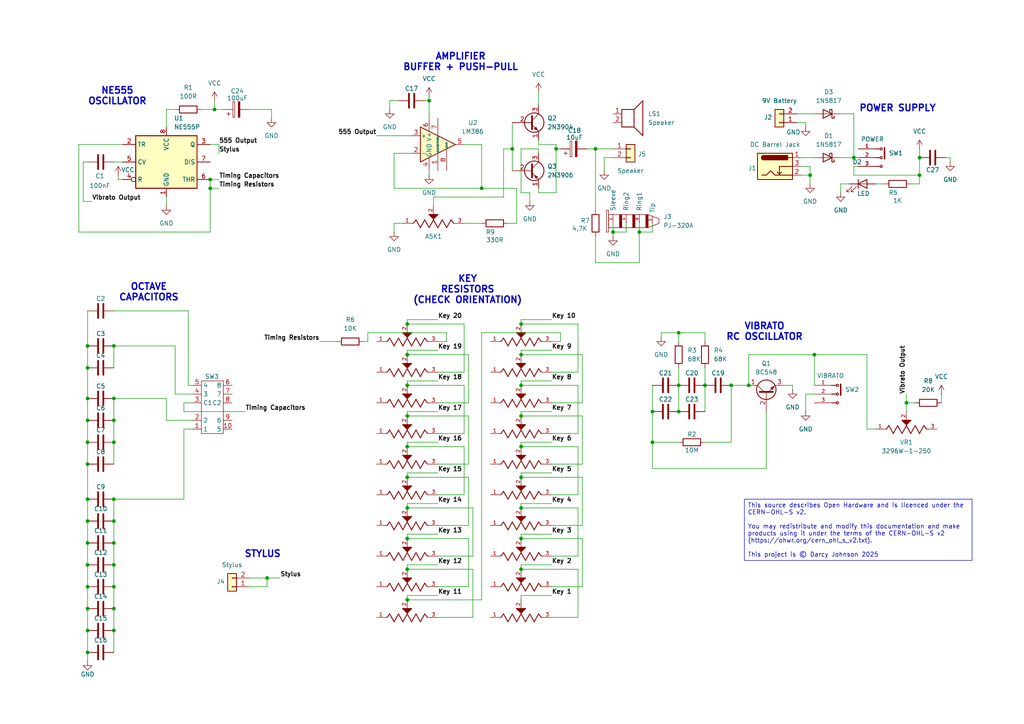
<source format=kicad_sch>
(kicad_sch (version 20231120) (generator "eeschema") (generator_version "8.0")
  (paper "A4")
  (title_block (title "Touchtone 555 Synth") (rev "v1.2") (company "Darcy Johnson") (comment 1 "www.darcyjprojects.xyz"))
  (junction (at 33.02 151.13))
  (junction (at 124.46 29.21))
  (junction (at 151.13 147.32))
  (junction (at 33.02 144.78))
  (junction (at 60.96 52.07))
  (junction (at 25.4 134.62))
  (junction (at 177.8 67.31))
  (junction (at 151.13 93.98))
  (junction (at 33.02 163.83))
  (junction (at 196.85 96.52))
  (junction (at 151.13 111.76))
  (junction (at 33.02 170.18))
  (junction (at 212.09 111.76))
  (junction (at 25.4 151.13))
  (junction (at 25.4 170.18))
  (junction (at 118.11 147.32))
  (junction (at 185.42 67.31))
  (junction (at 118.11 120.65))
  (junction (at 139.7 54.61))
  (junction (at 25.4 176.53))
  (junction (at 25.4 128.27))
  (junction (at 33.02 176.53))
  (junction (at 204.47 111.76))
  (junction (at 25.4 121.92))
  (junction (at 118.11 93.98))
  (junction (at 118.11 156.21))
  (junction (at 25.4 115.57))
  (junction (at 151.13 138.43))
  (junction (at 25.4 163.83))
  (junction (at 266.7 45.72))
  (junction (at 189.23 119.38))
  (junction (at 196.85 111.76))
  (junction (at 33.02 128.27))
  (junction (at 189.23 128.27))
  (junction (at 25.4 157.48))
  (junction (at 262.89 116.84))
  (junction (at 118.11 138.43))
  (junction (at 151.13 120.65))
  (junction (at 151.13 165.1))
  (junction (at 33.02 100.33))
  (junction (at 172.72 43.18))
  (junction (at 266.7 50.8))
  (junction (at 25.4 189.23))
  (junction (at 33.02 157.48))
  (junction (at 33.02 121.92))
  (junction (at 33.02 115.57))
  (junction (at 236.22 102.87))
  (junction (at 196.85 119.38))
  (junction (at 25.4 182.88))
  (junction (at 151.13 156.21))
  (junction (at 151.13 102.87))
  (junction (at 25.4 106.68))
  (junction (at 151.13 129.54))
  (junction (at 118.11 102.87))
  (junction (at 33.02 182.88))
  (junction (at 118.11 173.99))
  (junction (at 118.11 111.76))
  (junction (at 118.11 165.1))
  (junction (at 25.4 100.33))
  (junction (at 148.59 43.18))
  (junction (at 77.47 167.64))
  (junction (at 161.29 43.18))
  (junction (at 60.96 54.61))
  (junction (at 234.95 50.8))
  (junction (at 62.23 31.75))
  (junction (at 217.17 111.76))
  (junction (at 118.11 129.54))
  (junction (at 25.4 144.78))
  (junction (at 247.65 45.72))
  (wire (pts (xy 48.26 31.75) (xy 48.26 36.83)))
  (wire (pts (xy 231.14 35.56) (xy 233.68 35.56)))
  (wire (pts (xy 222.25 135.89) (xy 222.25 119.38)))
  (wire (pts (xy 247.65 33.02) (xy 247.65 45.72)))
  (wire (pts (xy 25.4 144.78) (xy 25.4 151.13)))
  (wire (pts (xy 266.7 43.18) (xy 266.7 45.72)))
  (wire (pts (xy 33.02 115.57) (xy 33.02 121.92)))
  (wire (pts (xy 156.21 26.67) (xy 156.21 30.48)))
  (wire (pts (xy 33.02 46.99) (xy 35.56 46.99)))
  (wire (pts (xy 48.26 57.15) (xy 48.26 59.69)))
  (wire (pts (xy 151.13 146.05) (xy 160.02 146.05)))
  (wire (pts (xy 25.4 170.18) (xy 25.4 176.53)))
  (wire (pts (xy 106.68 96.52) (xy 129.54 96.52)))
  (wire (pts (xy 254 53.34) (xy 256.54 53.34)))
  (wire (pts (xy 129.54 99.06) (xy 127 99.06)))
  (wire (pts (xy 167.64 111.76) (xy 167.64 125.73)))
  (wire (pts (xy 233.68 114.3) (xy 233.68 119.38)))
  (wire (pts (xy 33.02 128.27) (xy 33.02 134.62)))
  (wire (pts (xy 196.85 96.52) (xy 191.77 96.52)))
  (wire (pts (xy 185.42 76.2) (xy 185.42 67.31)))
  (wire (pts (xy 34.29 50.8) (xy 34.29 52.07)))
  (wire (pts (xy 147.32 64.77) (xy 149.86 64.77)))
  (wire (pts (xy 247.65 48.26) (xy 247.65 50.8)))
  (wire (pts (xy 196.85 96.52) (xy 204.47 96.52)))
  (wire (pts (xy 185.42 64.77) (xy 185.42 67.31)))
  (wire (pts (xy 151.13 154.94) (xy 160.02 154.94)))
  (wire (pts (xy 135.89 170.18) (xy 127 170.18)))
  (wire (pts (xy 33.02 90.17) (xy 54.61 90.17)))
  (wire (pts (xy 78.74 31.75) (xy 78.74 34.29)))
  (wire (pts (xy 275.59 45.72) (xy 275.59 46.99)))
  (wire (pts (xy 247.65 45.72) (xy 248.92 45.72)))
  (wire (pts (xy 151.13 120.65) (xy 151.13 119.38)))
  (wire (pts (xy 232.41 45.72) (xy 236.22 45.72)))
  (wire (pts (xy 167.64 129.54) (xy 167.64 143.51)))
  (wire (pts (xy 77.47 167.64) (xy 81.28 167.64)))
  (wire (pts (xy 160.02 107.95) (xy 167.64 107.95)))
  (wire (pts (xy 92.71 99.06) (xy 97.79 99.06)))
  (wire (pts (xy 123.19 29.21) (xy 124.46 29.21)))
  (wire (pts (xy 151.13 173.99) (xy 151.13 172.72)))
  (wire (pts (xy 106.68 99.06) (xy 106.68 96.52)))
  (wire (pts (xy 77.47 167.64) (xy 77.47 170.18)))
  (wire (pts (xy 25.4 128.27) (xy 25.4 134.62)))
  (wire (pts (xy 60.96 54.61) (xy 63.5 54.61)))
  (wire (pts (xy 189.23 119.38) (xy 189.23 128.27)))
  (wire (pts (xy 151.13 147.32) (xy 151.13 146.05)))
  (wire (pts (xy 151.13 128.27) (xy 160.02 128.27)))
  (wire (pts (xy 161.29 41.91) (xy 161.29 43.18)))
  (wire (pts (xy 53.34 124.46) (xy 53.34 144.78)))
  (wire (pts (xy 118.11 163.83) (xy 118.11 165.1)))
  (wire (pts (xy 53.34 119.38) (xy 71.12 119.38)))
  (wire (pts (xy 127 146.05) (xy 118.11 146.05)))
  (wire (pts (xy 156.21 41.91) (xy 161.29 41.91)))
  (wire (pts (xy 137.16 161.29) (xy 127 161.29)))
  (wire (pts (xy 204.47 96.52) (xy 204.47 99.06)))
  (wire (pts (xy 148.59 43.18) (xy 148.59 35.56)))
  (wire (pts (xy 35.56 41.91) (xy 22.86 41.91)))
  (wire (pts (xy 35.56 52.07) (xy 34.29 52.07)))
  (wire (pts (xy 118.11 137.16) (xy 127 137.16)))
  (wire (pts (xy 172.72 76.2) (xy 185.42 76.2)))
  (wire (pts (xy 58.42 31.75) (xy 62.23 31.75)))
  (wire (pts (xy 162.56 99.06) (xy 162.56 96.52)))
  (wire (pts (xy 232.41 50.8) (xy 234.95 50.8)))
  (wire (pts (xy 33.02 163.83) (xy 33.02 170.18)))
  (wire (pts (xy 151.13 156.21) (xy 151.13 154.94)))
  (wire (pts (xy 113.03 29.21) (xy 115.57 29.21)))
  (wire (pts (xy 151.13 129.54) (xy 151.13 128.27)))
  (wire (pts (xy 274.32 45.72) (xy 275.59 45.72)))
  (wire (pts (xy 134.62 111.76) (xy 134.62 125.73)))
  (wire (pts (xy 236.22 102.87) (xy 251.46 102.87)))
  (wire (pts (xy 118.11 101.6) (xy 127 101.6)))
  (wire (pts (xy 172.72 68.58) (xy 172.72 76.2)))
  (wire (pts (xy 25.4 176.53) (xy 25.4 182.88)))
  (wire (pts (xy 60.96 41.91) (xy 63.5 41.91)))
  (wire (pts (xy 54.61 111.76) (xy 55.88 111.76)))
  (wire (pts (xy 125.73 59.69) (xy 125.73 57.15)))
  (wire (pts (xy 55.88 114.3) (xy 50.8 114.3)))
  (wire (pts (xy 251.46 124.46) (xy 254 124.46)))
  (wire (pts (xy 33.02 151.13) (xy 33.02 157.48)))
  (wire (pts (xy 167.64 179.07) (xy 160.02 179.07)))
  (wire (pts (xy 151.13 129.54) (xy 167.64 129.54)))
  (wire (pts (xy 118.11 111.76) (xy 134.62 111.76)))
  (wire (pts (xy 189.23 135.89) (xy 222.25 135.89)))
  (wire (pts (xy 118.11 120.65) (xy 135.89 120.65)))
  (wire (pts (xy 124.46 27.94) (xy 124.46 29.21)))
  (wire (pts (xy 151.13 43.18) (xy 156.21 43.18)))
  (wire (pts (xy 151.13 55.88) (xy 151.13 43.18)))
  (wire (pts (xy 25.4 46.99) (xy 24.13 46.99)))
  (wire (pts (xy 33.02 157.48) (xy 33.02 163.83)))
  (wire (pts (xy 181.61 64.77) (xy 181.61 67.31)))
  (wire (pts (xy 33.02 144.78) (xy 53.34 144.78)))
  (wire (pts (xy 118.11 165.1) (xy 137.16 165.1)))
  (wire (pts (xy 151.13 137.16) (xy 160.02 137.16)))
  (wire (pts (xy 118.11 146.05) (xy 118.11 147.32)))
  (wire (pts (xy 63.5 41.91) (xy 63.5 44.45)))
  (wire (pts (xy 151.13 119.38) (xy 160.02 119.38)))
  (wire (pts (xy 189.23 67.31) (xy 189.23 64.77)))
  (wire (pts (xy 168.91 138.43) (xy 168.91 152.4)))
  (wire (pts (xy 177.8 64.77) (xy 177.8 67.31)))
  (wire (pts (xy 118.11 128.27) (xy 127 128.27)))
  (wire (pts (xy 151.13 92.71) (xy 160.02 92.71)))
  (wire (pts (xy 262.89 116.84) (xy 262.89 119.38)))
  (wire (pts (xy 55.88 116.84) (xy 53.34 116.84)))
  (wire (pts (xy 118.11 129.54) (xy 118.11 128.27)))
  (wire (pts (xy 113.03 29.21) (xy 113.03 31.75)))
  (wire (pts (xy 22.86 41.91) (xy 22.86 67.31)))
  (wire (pts (xy 151.13 111.76) (xy 151.13 110.49)))
  (wire (pts (xy 236.22 114.3) (xy 233.68 114.3)))
  (wire (pts (xy 119.38 44.45) (xy 114.3 44.45)))
  (wire (pts (xy 127 172.72) (xy 118.11 172.72)))
  (wire (pts (xy 55.88 124.46) (xy 53.34 124.46)))
  (wire (pts (xy 105.41 99.06) (xy 106.68 99.06)))
  (wire (pts (xy 234.95 48.26) (xy 234.95 50.8)))
  (wire (pts (xy 50.8 114.3) (xy 50.8 100.33)))
  (wire (pts (xy 127 163.83) (xy 118.11 163.83)))
  (wire (pts (xy 116.84 64.77) (xy 114.3 64.77)))
  (wire (pts (xy 25.4 157.48) (xy 25.4 163.83)))
  (wire (pts (xy 151.13 163.83) (xy 160.02 163.83)))
  (wire (pts (xy 243.84 33.02) (xy 247.65 33.02)))
  (wire (pts (xy 161.29 43.18) (xy 161.29 55.88)))
  (wire (pts (xy 146.05 57.15) (xy 146.05 43.18)))
  (wire (pts (xy 60.96 52.07) (xy 63.5 52.07)))
  (wire (pts (xy 168.91 120.65) (xy 168.91 134.62)))
  (wire (pts (xy 168.91 152.4) (xy 160.02 152.4)))
  (wire (pts (xy 168.91 156.21) (xy 168.91 170.18)))
  (wire (pts (xy 231.14 33.02) (xy 236.22 33.02)))
  (wire (pts (xy 151.13 172.72) (xy 160.02 172.72)))
  (wire (pts (xy 151.13 102.87) (xy 151.13 101.6)))
  (wire (pts (xy 151.13 165.1) (xy 151.13 163.83)))
  (wire (pts (xy 118.11 138.43) (xy 118.11 137.16)))
  (wire (pts (xy 175.26 45.72) (xy 177.8 45.72)))
  (wire (pts (xy 251.46 102.87) (xy 251.46 124.46)))
  (wire (pts (xy 196.85 106.68) (xy 196.85 111.76)))
  (wire (pts (xy 273.05 114.3) (xy 273.05 116.84)))
  (wire (pts (xy 168.91 102.87) (xy 168.91 116.84)))
  (wire (pts (xy 217.17 102.87) (xy 236.22 102.87)))
  (wire (pts (xy 177.8 67.31) (xy 177.8 68.58)))
  (wire (pts (xy 161.29 55.88) (xy 156.21 55.88)))
  (wire (pts (xy 168.91 170.18) (xy 160.02 170.18)))
  (wire (pts (xy 109.22 39.37) (xy 119.38 39.37)))
  (wire (pts (xy 60.96 52.07) (xy 60.96 54.61)))
  (wire (pts (xy 151.13 93.98) (xy 151.13 92.71)))
  (wire (pts (xy 175.26 45.72) (xy 175.26 49.53)))
  (wire (pts (xy 24.13 46.99) (xy 24.13 58.42)))
  (wire (pts (xy 62.23 29.21) (xy 62.23 31.75)))
  (wire (pts (xy 33.02 100.33) (xy 33.02 106.68)))
  (wire (pts (xy 148.59 43.18) (xy 148.59 49.53)))
  (wire (pts (xy 160.02 99.06) (xy 162.56 99.06)))
  (wire (pts (xy 172.72 43.18) (xy 172.72 60.96)))
  (wire (pts (xy 139.7 41.91) (xy 134.62 41.91)))
  (wire (pts (xy 118.11 154.94) (xy 118.11 156.21)))
  (wire (pts (xy 204.47 106.68) (xy 204.47 111.76)))
  (wire (pts (xy 134.62 143.51) (xy 127 143.51)))
  (wire (pts (xy 247.65 50.8) (xy 266.7 50.8)))
  (wire (pts (xy 25.4 90.17) (xy 25.4 100.33)))
  (wire (pts (xy 62.23 31.75) (xy 64.77 31.75)))
  (wire (pts (xy 170.18 43.18) (xy 172.72 43.18)))
  (wire (pts (xy 118.11 92.71) (xy 127 92.71)))
  (wire (pts (xy 33.02 115.57) (xy 48.26 115.57)))
  (wire (pts (xy 25.4 100.33) (xy 25.4 106.68)))
  (wire (pts (xy 246.38 53.34) (xy 243.84 53.34)))
  (wire (pts (xy 168.91 116.84) (xy 160.02 116.84)))
  (wire (pts (xy 114.3 44.45) (xy 114.3 54.61)))
  (wire (pts (xy 185.42 67.31) (xy 189.23 67.31)))
  (wire (pts (xy 48.26 115.57) (xy 48.26 121.92)))
  (wire (pts (xy 204.47 128.27) (xy 212.09 128.27)))
  (wire (pts (xy 167.64 165.1) (xy 167.64 179.07)))
  (wire (pts (xy 72.39 167.64) (xy 77.47 167.64)))
  (wire (pts (xy 118.11 129.54) (xy 134.62 129.54)))
  (wire (pts (xy 151.13 138.43) (xy 151.13 137.16)))
  (wire (pts (xy 146.05 43.18) (xy 148.59 43.18)))
  (wire (pts (xy 25.4 182.88) (xy 25.4 189.23)))
  (wire (pts (xy 139.7 64.77) (xy 134.62 64.77)))
  (wire (pts (xy 149.86 64.77) (xy 149.86 54.61)))
  (wire (pts (xy 151.13 111.76) (xy 167.64 111.76)))
  (wire (pts (xy 151.13 110.49) (xy 160.02 110.49)))
  (wire (pts (xy 118.11 147.32) (xy 137.16 147.32)))
  (wire (pts (xy 196.85 99.06) (xy 196.85 96.52)))
  (wire (pts (xy 266.7 45.72) (xy 266.7 50.8)))
  (wire (pts (xy 118.11 93.98) (xy 118.11 92.71)))
  (wire (pts (xy 118.11 110.49) (xy 127 110.49)))
  (wire (pts (xy 167.64 161.29) (xy 160.02 161.29)))
  (wire (pts (xy 151.13 147.32) (xy 167.64 147.32)))
  (wire (pts (xy 151.13 156.21) (xy 168.91 156.21)))
  (wire (pts (xy 204.47 111.76) (xy 204.47 119.38)))
  (wire (pts (xy 137.16 147.32) (xy 137.16 161.29)))
  (wire (pts (xy 127 107.95) (xy 134.62 107.95)))
  (wire (pts (xy 139.7 96.52) (xy 139.7 173.99)))
  (wire (pts (xy 137.16 165.1) (xy 137.16 179.07)))
  (wire (pts (xy 153.67 55.88) (xy 151.13 55.88)))
  (wire (pts (xy 162.56 96.52) (xy 139.7 96.52)))
  (wire (pts (xy 167.64 125.73) (xy 160.02 125.73)))
  (wire (pts (xy 118.11 156.21) (xy 135.89 156.21)))
  (wire (pts (xy 33.02 121.92) (xy 33.02 128.27)))
  (wire (pts (xy 124.46 49.53) (xy 124.46 50.8)))
  (wire (pts (xy 151.13 93.98) (xy 167.64 93.98)))
  (wire (pts (xy 118.11 111.76) (xy 118.11 110.49)))
  (wire (pts (xy 118.11 120.65) (xy 118.11 119.38)))
  (wire (pts (xy 134.62 125.73) (xy 127 125.73)))
  (wire (pts (xy 54.61 90.17) (xy 54.61 111.76)))
  (wire (pts (xy 262.89 114.3) (xy 262.89 116.84)))
  (wire (pts (xy 151.13 138.43) (xy 168.91 138.43)))
  (wire (pts (xy 229.87 111.76) (xy 229.87 113.03)))
  (wire (pts (xy 118.11 102.87) (xy 135.89 102.87)))
  (wire (pts (xy 149.86 54.61) (xy 139.7 54.61)))
  (wire (pts (xy 25.4 121.92) (xy 25.4 128.27)))
  (wire (pts (xy 72.39 31.75) (xy 78.74 31.75)))
  (wire (pts (xy 127 154.94) (xy 118.11 154.94)))
  (wire (pts (xy 248.92 48.26) (xy 247.65 48.26)))
  (wire (pts (xy 151.13 101.6) (xy 160.02 101.6)))
  (wire (pts (xy 135.89 156.21) (xy 135.89 170.18)))
  (wire (pts (xy 118.11 138.43) (xy 135.89 138.43)))
  (wire (pts (xy 161.29 43.18) (xy 162.56 43.18)))
  (wire (pts (xy 135.89 134.62) (xy 127 134.62)))
  (wire (pts (xy 137.16 179.07) (xy 127 179.07)))
  (wire (pts (xy 25.4 189.23) (xy 25.4 191.77)))
  (wire (pts (xy 151.13 120.65) (xy 168.91 120.65)))
  (wire (pts (xy 48.26 121.92) (xy 55.88 121.92)))
  (wire (pts (xy 25.4 163.83) (xy 25.4 170.18)))
  (wire (pts (xy 227.33 111.76) (xy 229.87 111.76)))
  (wire (pts (xy 33.02 182.88) (xy 33.02 189.23)))
  (wire (pts (xy 189.23 128.27) (xy 189.23 135.89)))
  (wire (pts (xy 135.89 116.84) (xy 127 116.84)))
  (wire (pts (xy 168.91 102.87) (xy 151.13 102.87)))
  (wire (pts (xy 50.8 100.33) (xy 33.02 100.33)))
  (wire (pts (xy 25.4 134.62) (xy 25.4 144.78)))
  (wire (pts (xy 53.34 116.84) (xy 53.34 119.38)))
  (wire (pts (xy 135.89 120.65) (xy 135.89 134.62)))
  (wire (pts (xy 189.23 111.76) (xy 189.23 119.38)))
  (wire (pts (xy 156.21 43.18) (xy 156.21 44.45)))
  (wire (pts (xy 33.02 170.18) (xy 33.02 176.53)))
  (wire (pts (xy 153.67 58.42) (xy 153.67 55.88)))
  (wire (pts (xy 234.95 50.8) (xy 234.95 53.34)))
  (wire (pts (xy 139.7 173.99) (xy 118.11 173.99)))
  (wire (pts (xy 114.3 54.61) (xy 139.7 54.61)))
  (wire (pts (xy 72.39 170.18) (xy 77.47 170.18)))
  (wire (pts (xy 151.13 165.1) (xy 167.64 165.1)))
  (wire (pts (xy 139.7 54.61) (xy 139.7 41.91)))
  (wire (pts (xy 212.09 128.27) (xy 212.09 111.76)))
  (wire (pts (xy 191.77 96.52) (xy 191.77 97.79)))
  (wire (pts (xy 167.64 143.51) (xy 160.02 143.51)))
  (wire (pts (xy 236.22 102.87) (xy 236.22 111.76)))
  (wire (pts (xy 243.84 45.72) (xy 247.65 45.72)))
  (wire (pts (xy 125.73 57.15) (xy 146.05 57.15)))
  (wire (pts (xy 172.72 43.18) (xy 177.8 43.18)))
  (wire (pts (xy 118.11 102.87) (xy 118.11 101.6)))
  (wire (pts (xy 134.62 93.98) (xy 118.11 93.98)))
  (wire (pts (xy 60.96 54.61) (xy 60.96 67.31)))
  (wire (pts (xy 135.89 138.43) (xy 135.89 152.4)))
  (wire (pts (xy 135.89 102.87) (xy 135.89 116.84)))
  (wire (pts (xy 24.13 58.42) (xy 26.67 58.42)))
  (wire (pts (xy 25.4 106.68) (xy 25.4 115.57)))
  (wire (pts (xy 262.89 116.84) (xy 265.43 116.84)))
  (wire (pts (xy 177.8 67.31) (xy 181.61 67.31)))
  (wire (pts (xy 217.17 111.76) (xy 217.17 102.87)))
  (wire (pts (xy 114.3 64.77) (xy 114.3 67.31)))
  (wire (pts (xy 22.86 67.31) (xy 60.96 67.31)))
  (wire (pts (xy 129.54 96.52) (xy 129.54 99.06)))
  (wire (pts (xy 124.46 29.21) (xy 124.46 34.29)))
  (wire (pts (xy 168.91 134.62) (xy 160.02 134.62)))
  (wire (pts (xy 134.62 107.95) (xy 134.62 93.98)))
  (wire (pts (xy 232.41 48.26) (xy 234.95 48.26)))
  (wire (pts (xy 33.02 176.53) (xy 33.02 182.88)))
  (wire (pts (xy 33.02 144.78) (xy 33.02 151.13)))
  (wire (pts (xy 196.85 111.76) (xy 196.85 119.38)))
  (wire (pts (xy 167.64 147.32) (xy 167.64 161.29)))
  (wire (pts (xy 48.26 31.75) (xy 50.8 31.75)))
  (wire (pts (xy 189.23 128.27) (xy 196.85 128.27)))
  (wire (pts (xy 264.16 53.34) (xy 266.7 53.34)))
  (wire (pts (xy 156.21 55.88) (xy 156.21 54.61)))
  (wire (pts (xy 134.62 129.54) (xy 134.62 143.51)))
  (wire (pts (xy 243.84 53.34) (xy 243.84 55.88)))
  (wire (pts (xy 233.68 35.56) (xy 233.68 36.83)))
  (wire (pts (xy 212.09 111.76) (xy 217.17 111.76)))
  (wire (pts (xy 118.11 172.72) (xy 118.11 173.99)))
  (wire (pts (xy 156.21 40.64) (xy 156.21 41.91)))
  (wire (pts (xy 25.4 115.57) (xy 25.4 121.92)))
  (wire (pts (xy 118.11 119.38) (xy 127 119.38)))
  (wire (pts (xy 266.7 50.8) (xy 266.7 53.34)))
  (wire (pts (xy 135.89 152.4) (xy 127 152.4)))
  (wire (pts (xy 167.64 93.98) (xy 167.64 107.95)))
  (wire (pts (xy 25.4 151.13) (xy 25.4 157.48)))
  (text_box "This source describes Open Hardware and is licenced under the CERN-OHL-S v2.\n\nYou may redistribute and modify this documentation and make products using it under the terms of the CERN-OHL-S v2 (https://ohwr.org/cern_ohl_s_v2.txt).\n\nThis project is © Darcy Johnson 2025" (at 215.9 144.78 0) (size 66.04 17.78) (effects (font (size 1.27 1.27)) (justify left top)))
  (text "NE555\nOSCILLATOR" (at 34.036 27.94 0) (effects (font (size 1.905 1.905) (thickness 0.381) (bold yes))))
  (text "STYLUS" (at 76.2 160.782 0) (effects (font (size 1.905 1.905) (thickness 0.381) (bold yes))))
  (text "VIBRATO\nRC OSCILLATOR" (at 221.742 96.266 0) (effects (font (size 1.905 1.905) (thickness 0.381) (bold yes))))
  (text "KEY\nRESISTORS\n(CHECK ORIENTATION)" (at 135.636 84.074 0) (effects (font (size 1.905 1.905) (thickness 0.381) (bold yes))))
  (text "OCTAVE\nCAPACITORS\n" (at 43.18 84.836 0) (effects (font (size 1.905 1.905) (thickness 0.381) (bold yes))))
  (text "AMPLIFIER\nBUFFER + PUSH-PULL" (at 133.604 18.034 0) (effects (font (size 1.905 1.905) (thickness 0.381) (bold yes))))
  (text "POWER SUPPLY" (at 260.35 31.496 0) (effects (font (size 1.905 1.905) (thickness 0.381) (bold yes))))
  (label "Vibrato Output" (at 26.67 58.42 0) (effects (font (bold yes))))
  (label "Key 1" (at 160.02 172.72 0) (effects (font (bold yes))))
  (label "Key 6" (at 160.02 128.27 0) (effects (font (bold yes))))
  (label "Key 12" (at 127 163.83 0) (effects (font (bold yes))))
  (label "Key 9" (at 160.02 101.6 0) (effects (font (bold yes))))
  (label "Key 5" (at 160.02 137.16 0) (effects (font (bold yes))))
  (label "555 Output" (at 63.5 41.91 0) (effects (font (bold yes))))
  (label "Vibrato Output" (at 262.89 114.3 90) (effects (font (thickness 0.254) (bold yes))))
  (label "Key 2" (at 160.02 163.83 0) (effects (font (bold yes))))
  (label "Key 4" (at 160.02 146.05 0) (effects (font (bold yes))))
  (label "Key 14" (at 127 146.05 0) (effects (font (bold yes))))
  (label "Key 8" (at 160.02 110.49 0) (effects (font (bold yes))))
  (label "Key 19" (at 127 101.6 0) (effects (font (bold yes))))
  (label "Key 20" (at 127 92.71 0) (effects (font (bold yes))))
  (label "Timing Capacitors" (at 63.5 52.07 0) (effects (font (bold yes))))
  (label "Timing Capacitors" (at 71.12 119.38 0) (effects (font (bold yes))))
  (label "Key 11" (at 127 172.72 0) (effects (font (bold yes))))
  (label "Key 7" (at 160.02 119.38 0) (effects (font (bold yes))))
  (label "Key 10" (at 160.02 92.71 0) (effects (font (bold yes))))
  (label "Stylus" (at 81.28 167.64 0) (effects (font (bold yes))))
  (label "Key 16" (at 127 128.27 0) (effects (font (bold yes))))
  (label "Timing Resistors" (at 63.5 54.61 0) (effects (font (bold yes))))
  (label "Key 17" (at 127 119.38 0) (effects (font (bold yes))))
  (label "Key 18" (at 127 110.49 0) (effects (font (bold yes))))
  (label "Key 13" (at 127 154.94 0) (effects (font (bold yes))))
  (label "Timing Resistors" (at 92.71 99.06 180) (effects (font (bold yes))))
  (label "Key 15" (at 127 137.16 0) (effects (font (bold yes))))
  (label "555 Output" (at 109.22 39.37 180) (effects (font (thickness 0.254) (bold yes))))
  (label "Stylus" (at 63.5 44.45 0) (effects (font (bold yes))))
  (label "Key 3" (at 160.02 154.94 0) (effects (font (bold yes))))
  (symbol (lib_id "3296W-1-250:3296W-1-250") (at 118.11 143.51 0) (unit 1)
    (property "Reference" "VR7" (effects (hide yes)))
    (property "Value" "3296W 10K" (effects (hide yes)))
    (property "Footprint" "Potentiometer_THT:Potentiometer_Bourns_3296W_Vertical" (effects (hide yes)))
    (property "MF" "Bourns" (effects (hide yes)))
    (property "Description_1" "\nTRIMMER - 3/8in SQ MT CERMET | Bourns 3296W-1-250\n" (effects (hide yes)))
    (property "Package" "NON STANDARD-3 Bourns" (effects (hide yes)))
    (property "Price" "None" (effects (hide yes)))
    (property "Check_prices" "https://www.snapeda.com/parts/3296W-1-250/Bourns/view-part/?ref=eda" (effects (hide yes)))
    (property "STANDARD" "Manufacturer Recommendation" (effects (hide yes)))
    (property "PARTREV" "05/16" (effects (hide yes)))
    (property "SnapEDA_Link" "https://www.snapeda.com/parts/3296W-1-250/Bourns/view-part/?ref=snap" (effects (hide yes)))
    (property "MP" "3296W-1-250" (effects (hide yes)))
    (property "Purchase-URL" "https://www.snapeda.com/api/url_track_click_mouser/?unipart_id=421608&manufacturer=Bourns&part_name=3296W-1-250&search_term=None" (effects (hide yes)))
    (property "Availability" "In Stock" (effects (hide yes)))
    (property "MANUFACTURER" "Bourns" (effects (hide yes)))
  )
  (symbol (lib_id "3296W-1-250:3296W-1-250") (at 151.13 116.84 0) (unit 1)
    (property "Reference" "VR15" (effects (hide yes)))
    (property "Value" "3296W 10K" (effects (hide yes)))
    (property "Footprint" "Potentiometer_THT:Potentiometer_Bourns_3296W_Vertical" (effects (hide yes)))
    (property "MF" "Bourns" (effects (hide yes)))
    (property "Description_1" "\nTRIMMER - 3/8in SQ MT CERMET | Bourns 3296W-1-250\n" (effects (hide yes)))
    (property "Package" "NON STANDARD-3 Bourns" (effects (hide yes)))
    (property "Price" "None" (effects (hide yes)))
    (property "Check_prices" "https://www.snapeda.com/parts/3296W-1-250/Bourns/view-part/?ref=eda" (effects (hide yes)))
    (property "STANDARD" "Manufacturer Recommendation" (effects (hide yes)))
    (property "PARTREV" "05/16" (effects (hide yes)))
    (property "SnapEDA_Link" "https://www.snapeda.com/parts/3296W-1-250/Bourns/view-part/?ref=snap" (effects (hide yes)))
    (property "MP" "3296W-1-250" (effects (hide yes)))
    (property "Purchase-URL" "https://www.snapeda.com/api/url_track_click_mouser/?unipart_id=421608&manufacturer=Bourns&part_name=3296W-1-250&search_term=None" (effects (hide yes)))
    (property "Availability" "In Stock" (effects (hide yes)))
    (property "MANUFACTURER" "Bourns" (effects (hide yes)))
  )
  (symbol (lib_id "power:GND") (at 243.84 55.88 0) (unit 1)
    (property "Reference" "#PWR012" (effects (hide yes)))
    (property "Value" "GND" (at 243.84 60.96 0))
    (property "Description" "Power symbol creates a global label with name \"GND\" , ground" (effects (hide yes)))
  )
  (symbol (lib_id "3296W-1-250:3296W-1-250") (at 118.11 107.95 0) (unit 1)
    (property "Reference" "VR3" (effects (hide yes)))
    (property "Value" "3296W 10K" (effects (hide yes)))
    (property "Footprint" "Potentiometer_THT:Potentiometer_Bourns_3296W_Vertical" (effects (hide yes)))
    (property "MF" "Bourns" (effects (hide yes)))
    (property "Description_1" "\nTRIMMER - 3/8in SQ MT CERMET | Bourns 3296W-1-250\n" (effects (hide yes)))
    (property "Package" "NON STANDARD-3 Bourns" (effects (hide yes)))
    (property "Price" "None" (effects (hide yes)))
    (property "Check_prices" "https://www.snapeda.com/parts/3296W-1-250/Bourns/view-part/?ref=eda" (effects (hide yes)))
    (property "STANDARD" "Manufacturer Recommendation" (effects (hide yes)))
    (property "PARTREV" "05/16" (effects (hide yes)))
    (property "SnapEDA_Link" "https://www.snapeda.com/parts/3296W-1-250/Bourns/view-part/?ref=snap" (effects (hide yes)))
    (property "MP" "3296W-1-250" (effects (hide yes)))
    (property "Purchase-URL" "https://www.snapeda.com/api/url_track_click_mouser/?unipart_id=421608&manufacturer=Bourns&part_name=3296W-1-250&search_term=None" (effects (hide yes)))
    (property "Availability" "In Stock" (effects (hide yes)))
    (property "MANUFACTURER" "Bourns" (effects (hide yes)))
  )
  (symbol (lib_id "3296W-1-250:3296W-1-250") (at 118.11 116.84 0) (unit 1)
    (property "Reference" "VR4" (effects (hide yes)))
    (property "Value" "3296W 10K" (effects (hide yes)))
    (property "Footprint" "Potentiometer_THT:Potentiometer_Bourns_3296W_Vertical" (effects (hide yes)))
    (property "MF" "Bourns" (effects (hide yes)))
    (property "Description_1" "\nTRIMMER - 3/8in SQ MT CERMET | Bourns 3296W-1-250\n" (effects (hide yes)))
    (property "Package" "NON STANDARD-3 Bourns" (effects (hide yes)))
    (property "Price" "None" (effects (hide yes)))
    (property "Check_prices" "https://www.snapeda.com/parts/3296W-1-250/Bourns/view-part/?ref=eda" (effects (hide yes)))
    (property "STANDARD" "Manufacturer Recommendation" (effects (hide yes)))
    (property "PARTREV" "05/16" (effects (hide yes)))
    (property "SnapEDA_Link" "https://www.snapeda.com/parts/3296W-1-250/Bourns/view-part/?ref=snap" (effects (hide yes)))
    (property "MP" "3296W-1-250" (effects (hide yes)))
    (property "Purchase-URL" "https://www.snapeda.com/api/url_track_click_mouser/?unipart_id=421608&manufacturer=Bourns&part_name=3296W-1-250&search_term=None" (effects (hide yes)))
    (property "Availability" "In Stock" (effects (hide yes)))
    (property "MANUFACTURER" "Bourns" (effects (hide yes)))
  )
  (symbol (lib_id "Connector_Generic:Conn_01x02") (at 182.88 43.18 0) (unit 1)
    (property "Reference" "J5" (at 186.182 44.704 0))
    (property "Value" "Speaker" (at 182.88 49.53 0))
    (property "Footprint" "Connector_JST:JST_PH_B2B-PH-K_1x02_P2.00mm_Vertical" (effects (hide yes)))
    (property "Description" "Generic connector, single row, 01x02, script generated (kicad-library-utils/schlib/autogen/connector/)" (effects (hide yes)))
  )
  (symbol (lib_id "Device:C") (at 29.21 163.83 90) (unit 1)
    (property "Reference" "C12" (at 29.21 160.274 90))
    (property "Value" "10nF" (effects (hide yes)))
    (property "Footprint" "Capacitor_THT:C_Rect_L7.0mm_W2.0mm_P5.00mm" (effects (hide yes)))
    (property "Description" "Unpolarized capacitor" (effects (hide yes)))
  )
  (symbol (lib_id "power:VCC") (at 156.21 26.67 0) (unit 1)
    (property "Reference" "#PWR017" (effects (hide yes)))
    (property "Value" "VCC" (at 156.21 21.59 0))
    (property "Description" "Power symbol creates a global label with name \"VCC\"" (effects (hide yes)))
  )
  (symbol (lib_id "Connector:Barrel_Jack_Switch") (at 224.79 48.26 0) (unit 1)
    (property "Reference" "J1" (at 218.186 48.768 0))
    (property "Value" "DC Barrel Jack" (at 224.79 41.91 0))
    (property "Footprint" "Added Symbols Footprints Models:BarrelJack_CUI_PJ-102AH_Horizontal_BIGGER_HOLES" (effects (hide yes)))
    (property "Description" "DC Barrel Jack with an internal switch" (effects (hide yes)))
  )
  (symbol (lib_id "3296W-1-250:3296W-1-250") (at 151.13 152.4 0) (unit 1)
    (property "Reference" "VR19" (effects (hide yes)))
    (property "Value" "3296W 10K" (effects (hide yes)))
    (property "Footprint" "Potentiometer_THT:Potentiometer_Bourns_3296W_Vertical" (effects (hide yes)))
    (property "MF" "Bourns" (effects (hide yes)))
    (property "Description_1" "\nTRIMMER - 3/8in SQ MT CERMET | Bourns 3296W-1-250\n" (effects (hide yes)))
    (property "Package" "NON STANDARD-3 Bourns" (effects (hide yes)))
    (property "Price" "None" (effects (hide yes)))
    (property "Check_prices" "https://www.snapeda.com/parts/3296W-1-250/Bourns/view-part/?ref=eda" (effects (hide yes)))
    (property "STANDARD" "Manufacturer Recommendation" (effects (hide yes)))
    (property "PARTREV" "05/16" (effects (hide yes)))
    (property "SnapEDA_Link" "https://www.snapeda.com/parts/3296W-1-250/Bourns/view-part/?ref=snap" (effects (hide yes)))
    (property "MP" "3296W-1-250" (effects (hide yes)))
    (property "Purchase-URL" "https://www.snapeda.com/api/url_track_click_mouser/?unipart_id=421608&manufacturer=Bourns&part_name=3296W-1-250&search_term=None" (effects (hide yes)))
    (property "Availability" "In Stock" (effects (hide yes)))
    (property "MANUFACTURER" "Bourns" (effects (hide yes)))
  )
  (symbol (lib_id "Device:R") (at 143.51 64.77 90) (unit 1)
    (property "Reference" "R9" (at 142.24 67.31 90))
    (property "Value" "330R" (at 143.51 69.596 90))
    (property "Footprint" "Resistor_THT:R_Axial_DIN0207_L6.3mm_D2.5mm_P7.62mm_Horizontal" (effects (hide yes)))
    (property "Description" "Resistor" (effects (hide yes)))
  )
  (symbol (lib_id "Device:R") (at 54.61 31.75 90) (unit 1)
    (property "Reference" "R1" (at 54.61 25.4 90))
    (property "Value" "100R" (at 54.61 27.94 90))
    (property "Footprint" "Resistor_THT:R_Axial_DIN0207_L6.3mm_D2.5mm_P7.62mm_Horizontal" (effects (hide yes)))
    (property "Description" "Resistor" (effects (hide yes)))
  )
  (symbol (lib_id "3296W-1-250:3296W-1-250") (at 118.11 134.62 0) (unit 1)
    (property "Reference" "VR6" (effects (hide yes)))
    (property "Value" "3296W 10K" (effects (hide yes)))
    (property "Footprint" "Potentiometer_THT:Potentiometer_Bourns_3296W_Vertical" (effects (hide yes)))
    (property "MF" "Bourns" (effects (hide yes)))
    (property "Description_1" "\nTRIMMER - 3/8in SQ MT CERMET | Bourns 3296W-1-250\n" (effects (hide yes)))
    (property "Package" "NON STANDARD-3 Bourns" (effects (hide yes)))
    (property "Price" "None" (effects (hide yes)))
    (property "Check_prices" "https://www.snapeda.com/parts/3296W-1-250/Bourns/view-part/?ref=eda" (effects (hide yes)))
    (property "STANDARD" "Manufacturer Recommendation" (effects (hide yes)))
    (property "PARTREV" "05/16" (effects (hide yes)))
    (property "SnapEDA_Link" "https://www.snapeda.com/parts/3296W-1-250/Bourns/view-part/?ref=snap" (effects (hide yes)))
    (property "MP" "3296W-1-250" (effects (hide yes)))
    (property "Purchase-URL" "https://www.snapeda.com/api/url_track_click_mouser/?unipart_id=421608&manufacturer=Bourns&part_name=3296W-1-250&search_term=None" (effects (hide yes)))
    (property "Availability" "In Stock" (effects (hide yes)))
    (property "MANUFACTURER" "Bourns" (effects (hide yes)))
  )
  (symbol (lib_id "Device:C") (at 29.21 189.23 90) (unit 1)
    (property "Reference" "C16" (at 29.21 185.674 90))
    (property "Value" "10nF" (effects (hide yes)))
    (property "Footprint" "Capacitor_THT:C_Rect_L7.0mm_W2.0mm_P5.00mm" (effects (hide yes)))
    (property "Description" "Unpolarized capacitor" (effects (hide yes)))
  )
  (symbol (lib_id "power:GND") (at 234.95 53.34 0) (unit 1)
    (property "Reference" "#PWR010" (effects (hide yes)))
    (property "Value" "GND" (at 234.95 58.42 0))
    (property "Description" "Power symbol creates a global label with name \"GND\" , ground" (effects (hide yes)))
  )
  (symbol (lib_id "power:GND") (at 124.46 50.8 0) (unit 1)
    (property "Reference" "#PWR04" (effects (hide yes)))
    (property "Value" "GND" (at 124.46 55.88 0))
    (property "Description" "Power symbol creates a global label with name \"GND\" , ground" (effects (hide yes)))
  )
  (symbol (lib_id "power:GND") (at 233.68 36.83 0) (unit 1)
    (property "Reference" "#PWR013" (effects (hide yes)))
    (property "Value" "GND" (at 230.124 38.354 0))
    (property "Description" "Power symbol creates a global label with name \"GND\" , ground" (effects (hide yes)))
  )
  (symbol (lib_id "Device:C") (at 270.51 45.72 270) (unit 1)
    (property "Reference" "C27" (at 270.51 49.276 90))
    (property "Value" "100nF" (effects (hide yes)))
    (property "Footprint" "Capacitor_THT:C_Disc_D5.0mm_W2.5mm_P5.00mm" (effects (hide yes)))
    (property "Description" "Unpolarized capacitor" (effects (hide yes)))
  )
  (symbol (lib_id "Device:C") (at 29.21 182.88 90) (unit 1)
    (property "Reference" "C15" (at 29.21 179.324 90))
    (property "Value" "10nF" (effects (hide yes)))
    (property "Footprint" "Capacitor_THT:C_Rect_L7.0mm_W2.0mm_P5.00mm" (effects (hide yes)))
    (property "Description" "Unpolarized capacitor" (effects (hide yes)))
  )
  (symbol (lib_id "power:GND") (at 233.68 119.38 0) (unit 1)
    (property "Reference" "#PWR014" (effects (hide yes)))
    (property "Value" "GND" (at 233.68 124.46 0))
    (property "Description" "Power symbol creates a global label with name \"GND\" , ground" (effects (hide yes)))
  )
  (symbol (lib_id "power:GND") (at 25.4 191.77 0) (unit 1)
    (property "Reference" "#PWR022" (effects (hide yes)))
    (property "Value" "GND" (at 25.4 195.58 0))
    (property "Description" "Power symbol creates a global label with name \"GND\" , ground" (effects (hide yes)))
  )
  (symbol (lib_id "power:GND") (at 114.3 67.31 0) (unit 1)
    (property "Reference" "#PWR07" (effects (hide yes)))
    (property "Value" "GND" (at 114.3 72.39 0))
    (property "Description" "Power symbol creates a global label with name \"GND\" , ground" (effects (hide yes)))
  )
  (symbol (lib_id "power:GND") (at 78.74 34.29 0) (unit 1)
    (property "Reference" "#PWR020" (effects (hide yes)))
    (property "Value" "GND" (at 78.74 39.37 0))
    (property "Description" "Power symbol creates a global label with name \"GND\" , ground" (effects (hide yes)))
  )
  (symbol (lib_id "power:VCC") (at 62.23 29.21 0) (unit 1)
    (property "Reference" "#PWR02" (effects (hide yes)))
    (property "Value" "VCC" (at 62.23 24.13 0))
    (property "Description" "Power symbol creates a global label with name \"VCC\"" (effects (hide yes)))
  )
  (symbol (lib_id "Device:LED") (at 250.19 53.34 0) (unit 1)
    (property "Reference" "D2" (at 248.6025 46.99 0))
    (property "Value" "LED" (at 250.444 56.134 0))
    (property "Footprint" "LED_THT:LED_D3.0mm" (effects (hide yes)))
    (property "Description" "Light emitting diode" (effects (hide yes)))
  )
  (symbol (lib_id "Device:C_Polarized") (at 68.58 31.75 90) (unit 1)
    (property "Reference" "C24" (at 68.834 26.416 90))
    (property "Value" "100uF" (at 68.834 28.448 90))
    (property "Footprint" "Capacitor_THT:CP_Radial_D5.0mm_P2.50mm" (effects (hide yes)))
    (property "Description" "Polarized capacitor" (effects (hide yes)))
  )
  (symbol (lib_id "3296W-1-250:3296W-1-250") (at 151.13 170.18 0) (unit 1)
    (property "Reference" "VR21" (effects (hide yes)))
    (property "Value" "3296W 10K" (effects (hide yes)))
    (property "Footprint" "Potentiometer_THT:Potentiometer_Bourns_3296W_Vertical" (effects (hide yes)))
    (property "MF" "Bourns" (effects (hide yes)))
    (property "Description_1" "\nTRIMMER - 3/8in SQ MT CERMET | Bourns 3296W-1-250\n" (effects (hide yes)))
    (property "Package" "NON STANDARD-3 Bourns" (effects (hide yes)))
    (property "Price" "None" (effects (hide yes)))
    (property "Check_prices" "https://www.snapeda.com/parts/3296W-1-250/Bourns/view-part/?ref=eda" (effects (hide yes)))
    (property "STANDARD" "Manufacturer Recommendation" (effects (hide yes)))
    (property "PARTREV" "05/16" (effects (hide yes)))
    (property "SnapEDA_Link" "https://www.snapeda.com/parts/3296W-1-250/Bourns/view-part/?ref=snap" (effects (hide yes)))
    (property "MP" "3296W-1-250" (effects (hide yes)))
    (property "Purchase-URL" "https://www.snapeda.com/api/url_track_click_mouser/?unipart_id=421608&manufacturer=Bourns&part_name=3296W-1-250&search_term=None" (effects (hide yes)))
    (property "Availability" "In Stock" (effects (hide yes)))
    (property "MANUFACTURER" "Bourns" (effects (hide yes)))
  )
  (symbol (lib_id "3296W-1-250:3296W-1-250") (at 151.13 99.06 0) (unit 1)
    (property "Reference" "VR13" (effects (hide yes)))
    (property "Value" "3296W 10K" (effects (hide yes)))
    (property "Footprint" "Potentiometer_THT:Potentiometer_Bourns_3296W_Vertical" (effects (hide yes)))
    (property "MF" "Bourns" (effects (hide yes)))
    (property "Description_1" "\nTRIMMER - 3/8in SQ MT CERMET | Bourns 3296W-1-250\n" (effects (hide yes)))
    (property "Package" "NON STANDARD-3 Bourns" (effects (hide yes)))
    (property "Price" "None" (effects (hide yes)))
    (property "Check_prices" "https://www.snapeda.com/parts/3296W-1-250/Bourns/view-part/?ref=eda" (effects (hide yes)))
    (property "STANDARD" "Manufacturer Recommendation" (effects (hide yes)))
    (property "PARTREV" "05/16" (effects (hide yes)))
    (property "SnapEDA_Link" "https://www.snapeda.com/parts/3296W-1-250/Bourns/view-part/?ref=snap" (effects (hide yes)))
    (property "MP" "3296W-1-250" (effects (hide yes)))
    (property "Purchase-URL" "https://www.snapeda.com/api/url_track_click_mouser/?unipart_id=421608&manufacturer=Bourns&part_name=3296W-1-250&search_term=None" (effects (hide yes)))
    (property "Availability" "In Stock" (effects (hide yes)))
    (property "MANUFACTURER" "Bourns" (effects (hide yes)))
  )
  (symbol (lib_id "power:GND") (at 275.59 46.99 0) (unit 1)
    (property "Reference" "#PWR021" (effects (hide yes)))
    (property "Value" "GND" (at 275.59 52.07 0))
    (property "Description" "Power symbol creates a global label with name \"GND\" , ground" (effects (hide yes)))
  )
  (symbol (lib_id "power:VCC") (at 273.05 114.3 0) (unit 1)
    (property "Reference" "#PWR015" (effects (hide yes)))
    (property "Value" "VCC" (at 273.05 109.22 0))
    (property "Description" "Power symbol creates a global label with name \"VCC\"" (effects (hide yes)))
  )
  (symbol (lib_id "power:GND") (at 153.67 58.42 0) (unit 1)
    (property "Reference" "#PWR016" (effects (hide yes)))
    (property "Value" "GND" (at 153.67 63.5 0))
    (property "Description" "Power symbol creates a global label with name \"GND\" , ground" (effects (hide yes)))
  )
  (symbol (lib_id "Device:R") (at 200.66 128.27 90) (unit 1)
    (property "Reference" "R2" (at 200.66 125.984 90))
    (property "Value" "10M" (at 200.66 130.556 90))
    (property "Footprint" "Resistor_THT:R_Axial_DIN0207_L6.3mm_D2.5mm_P7.62mm_Horizontal" (effects (hide yes)))
    (property "Description" "Resistor" (effects (hide yes)))
  )
  (symbol (lib_id "power:GND") (at 175.26 49.53 0) (unit 1)
    (property "Reference" "#PWR019" (effects (hide yes)))
    (property "Value" "GND" (at 175.26 54.61 0))
    (property "Description" "Power symbol creates a global label with name \"GND\" , ground" (effects (hide yes)))
  )
  (symbol (lib_id "Device:R") (at 204.47 102.87 0) (unit 1)
    (property "Reference" "R4" (at 207.01 101.5999 0) (effects (justify left)))
    (property "Value" "68K" (at 207.01 104.1399 0) (effects (justify left)))
    (property "Footprint" "Resistor_THT:R_Axial_DIN0207_L6.3mm_D2.5mm_P7.62mm_Horizontal" (effects (hide yes)))
    (property "Description" "Resistor" (effects (hide yes)))
  )
  (symbol (lib_id "Device:C") (at 200.66 111.76 90) (unit 1)
    (property "Reference" "C20" (at 200.66 108.204 90))
    (property "Value" "100nF" (effects (hide yes)))
    (property "Footprint" "Capacitor_THT:C_Disc_D5.0mm_W2.5mm_P5.00mm" (effects (hide yes)))
    (property "Description" "Unpolarized capacitor" (effects (hide yes)))
  )
  (symbol (lib_id "3296W-1-250:3296W-1-250") (at 151.13 143.51 0) (unit 1)
    (property "Reference" "VR18" (effects (hide yes)))
    (property "Value" "3296W 10K" (effects (hide yes)))
    (property "Footprint" "Potentiometer_THT:Potentiometer_Bourns_3296W_Vertical" (effects (hide yes)))
    (property "MF" "Bourns" (effects (hide yes)))
    (property "Description_1" "\nTRIMMER - 3/8in SQ MT CERMET | Bourns 3296W-1-250\n" (effects (hide yes)))
    (property "Package" "NON STANDARD-3 Bourns" (effects (hide yes)))
    (property "Price" "None" (effects (hide yes)))
    (property "Check_prices" "https://www.snapeda.com/parts/3296W-1-250/Bourns/view-part/?ref=eda" (effects (hide yes)))
    (property "STANDARD" "Manufacturer Recommendation" (effects (hide yes)))
    (property "PARTREV" "05/16" (effects (hide yes)))
    (property "SnapEDA_Link" "https://www.snapeda.com/parts/3296W-1-250/Bourns/view-part/?ref=snap" (effects (hide yes)))
    (property "MP" "3296W-1-250" (effects (hide yes)))
    (property "Purchase-URL" "https://www.snapeda.com/api/url_track_click_mouser/?unipart_id=421608&manufacturer=Bourns&part_name=3296W-1-250&search_term=None" (effects (hide yes)))
    (property "Availability" "In Stock" (effects (hide yes)))
    (property "MANUFACTURER" "Bourns" (effects (hide yes)))
  )
  (symbol (lib_id "Diode:1N5817") (at 240.03 33.02 180) (unit 1)
    (property "Reference" "D3" (at 240.3475 26.67 0))
    (property "Value" "1N5817" (at 240.3475 29.21 0))
    (property "Footprint" "Diode_THT:D_DO-41_SOD81_P10.16mm_Horizontal" (effects (hide yes)))
    (property "Datasheet" "http://www.vishay.com/docs/88525/1n5817.pdf" (effects (hide yes)))
    (property "Description" "20V 1A Schottky Barrier Rectifier Diode, DO-41" (effects (hide yes)))
  )
  (symbol (lib_id "Device:R") (at 101.6 99.06 90) (unit 1)
    (property "Reference" "R6" (at 101.6 92.71 90))
    (property "Value" "10K" (at 101.6 95.25 90))
    (property "Footprint" "Resistor_THT:R_Axial_DIN0207_L6.3mm_D2.5mm_P7.62mm_Horizontal" (effects (hide yes)))
    (property "Description" "Resistor" (effects (hide yes)))
  )
  (symbol (lib_id "3296W-1-250:3296W-1-250") (at 151.13 134.62 0) (unit 1)
    (property "Reference" "VR17" (effects (hide yes)))
    (property "Value" "3296W 10K" (effects (hide yes)))
    (property "Footprint" "Potentiometer_THT:Potentiometer_Bourns_3296W_Vertical" (effects (hide yes)))
    (property "MF" "Bourns" (effects (hide yes)))
    (property "Description_1" "\nTRIMMER - 3/8in SQ MT CERMET | Bourns 3296W-1-250\n" (effects (hide yes)))
    (property "Package" "NON STANDARD-3 Bourns" (effects (hide yes)))
    (property "Price" "None" (effects (hide yes)))
    (property "Check_prices" "https://www.snapeda.com/parts/3296W-1-250/Bourns/view-part/?ref=eda" (effects (hide yes)))
    (property "STANDARD" "Manufacturer Recommendation" (effects (hide yes)))
    (property "PARTREV" "05/16" (effects (hide yes)))
    (property "SnapEDA_Link" "https://www.snapeda.com/parts/3296W-1-250/Bourns/view-part/?ref=snap" (effects (hide yes)))
    (property "MP" "3296W-1-250" (effects (hide yes)))
    (property "Purchase-URL" "https://www.snapeda.com/api/url_track_click_mouser/?unipart_id=421608&manufacturer=Bourns&part_name=3296W-1-250&search_term=None" (effects (hide yes)))
    (property "Availability" "In Stock" (effects (hide yes)))
    (property "MANUFACTURER" "Bourns" (effects (hide yes)))
  )
  (symbol (lib_id "Diode:1N5817") (at 240.03 45.72 180) (unit 1)
    (property "Reference" "D1" (at 240.3475 39.37 0))
    (property "Value" "1N5817" (at 240.3475 41.91 0))
    (property "Footprint" "Diode_THT:D_DO-41_SOD81_P10.16mm_Horizontal" (effects (hide yes)))
    (property "Datasheet" "http://www.vishay.com/docs/88525/1n5817.pdf" (effects (hide yes)))
    (property "Description" "20V 1A Schottky Barrier Rectifier Diode, DO-41" (effects (hide yes)))
  )
  (symbol (lib_id "power:VCC") (at 124.46 27.94 0) (unit 1)
    (property "Reference" "#PWR06" (effects (hide yes)))
    (property "Value" "VCC" (at 124.46 22.86 0))
    (property "Description" "Power symbol creates a global label with name \"VCC\"" (effects (hide yes)))
  )
  (symbol (lib_id "PJ-320A_Library:PJ-320A") (at 174.625 64.135 270) (unit 1)
    (property "Reference" "J3" (at 192.405 62.8649 90) (effects (justify left)))
    (property "Value" "PJ-320A" (at 192.405 65.4049 90) (effects (justify left)))
    (property "Footprint" "Added Symbols Footprints Models:PJ-320A" (effects (hide yes)))
  )
  (symbol (lib_id "Device:R") (at 196.85 102.87 0) (unit 1)
    (property "Reference" "R3" (at 199.39 101.5999 0) (effects (justify left)))
    (property "Value" "68K" (at 199.39 104.1399 0) (effects (justify left)))
    (property "Footprint" "Resistor_THT:R_Axial_DIN0207_L6.3mm_D2.5mm_P7.62mm_Horizontal" (effects (hide yes)))
    (property "Description" "Resistor" (effects (hide yes)))
  )
  (symbol (lib_id "3296W-1-250:3296W-1-250") (at 118.11 170.18 0) (unit 1)
    (property "Reference" "VR10" (effects (hide yes)))
    (property "Value" "3296W 10K" (effects (hide yes)))
    (property "Footprint" "Potentiometer_THT:Potentiometer_Bourns_3296W_Vertical" (effects (hide yes)))
    (property "MF" "Bourns" (effects (hide yes)))
    (property "Description_1" "\nTRIMMER - 3/8in SQ MT CERMET | Bourns 3296W-1-250\n" (effects (hide yes)))
    (property "Package" "NON STANDARD-3 Bourns" (effects (hide yes)))
    (property "Price" "None" (effects (hide yes)))
    (property "Check_prices" "https://www.snapeda.com/parts/3296W-1-250/Bourns/view-part/?ref=eda" (effects (hide yes)))
    (property "STANDARD" "Manufacturer Recommendation" (effects (hide yes)))
    (property "PARTREV" "05/16" (effects (hide yes)))
    (property "SnapEDA_Link" "https://www.snapeda.com/parts/3296W-1-250/Bourns/view-part/?ref=snap" (effects (hide yes)))
    (property "MP" "3296W-1-250" (effects (hide yes)))
    (property "Purchase-URL" "https://www.snapeda.com/api/url_track_click_mouser/?unipart_id=421608&manufacturer=Bourns&part_name=3296W-1-250&search_term=None" (effects (hide yes)))
    (property "Availability" "In Stock" (effects (hide yes)))
    (property "MANUFACTURER" "Bourns" (effects (hide yes)))
  )
  (symbol (lib_id "1825159-1:1825159-1") (at 243.84 114.3 0) (unit 1)
    (property "Reference" "SW2" (at 245.11 112.9918 0) (effects (justify left)))
    (property "Value" "VIBRATO" (at 236.982 108.966 0) (effects (justify left)))
    (property "Footprint" "Added Symbols Footprints Models:SW_1825159-1" (effects (hide yes)))
    (property "Contact_Current_Rating" ".25 A" (effects (hide yes)))
    (property "Switch_Type" "Slide" (effects (hide yes)))
    (property "Configuration_Pole-Throw" "Single Pole - Double Throw" (effects (hide yes)))
    (property "Check_prices" "https://www.snapeda.com/parts/1825159-1/TE+Connectivity+ALCOSWITCH+Switches/view-part/?ref=eda" (effects (hide yes)))
    (property "Package" "None" (effects (hide yes)))
    (property "SnapEDA_Link" "https://www.snapeda.com/parts/1825159-1/TE+Connectivity+ALCOSWITCH+Switches/view-part/?ref=snap" (effects (hide yes)))
    (property "Description_1" "\nSlide Switch SPDT Through Hole\n" (effects (hide yes)))
    (property "Comment" "1825159-1" (effects (hide yes)))
    (property "MF" "TE Connectivity" (effects (hide yes)))
    (property "DESCRIPTION" "SWITCH SLIDE SPDT 300MA 125V" (effects (hide yes)))
    (property "MPN" "1825159-1" (effects (hide yes)))
    (property "Price" "None" (effects (hide yes)))
    (property "MP" "1825159-1" (effects (hide yes)))
    (property "EU_RoHS_Compliance" "Compliant" (effects (hide yes)))
    (property "Availability" "In Stock" (effects (hide yes)))
  )
  (symbol (lib_id "3296W-1-250:3296W-1-250") (at 151.13 161.29 0) (unit 1)
    (property "Reference" "VR20" (effects (hide yes)))
    (property "Value" "3296W 10K" (effects (hide yes)))
    (property "Footprint" "Potentiometer_THT:Potentiometer_Bourns_3296W_Vertical" (effects (hide yes)))
    (property "MF" "Bourns" (effects (hide yes)))
    (property "Description_1" "\nTRIMMER - 3/8in SQ MT CERMET | Bourns 3296W-1-250\n" (effects (hide yes)))
    (property "Package" "NON STANDARD-3 Bourns" (effects (hide yes)))
    (property "Price" "None" (effects (hide yes)))
    (property "Check_prices" "https://www.snapeda.com/parts/3296W-1-250/Bourns/view-part/?ref=eda" (effects (hide yes)))
    (property "STANDARD" "Manufacturer Recommendation" (effects (hide yes)))
    (property "PARTREV" "05/16" (effects (hide yes)))
    (property "SnapEDA_Link" "https://www.snapeda.com/parts/3296W-1-250/Bourns/view-part/?ref=snap" (effects (hide yes)))
    (property "MP" "3296W-1-250" (effects (hide yes)))
    (property "Purchase-URL" "https://www.snapeda.com/api/url_track_click_mouser/?unipart_id=421608&manufacturer=Bourns&part_name=3296W-1-250&search_term=None" (effects (hide yes)))
    (property "Availability" "In Stock" (effects (hide yes)))
    (property "MANUFACTURER" "Bourns" (effects (hide yes)))
  )
  (symbol (lib_id "Device:C") (at 193.04 111.76 90) (unit 1)
    (property "Reference" "C21" (at 193.04 108.204 90))
    (property "Value" "100nF" (effects (hide yes)))
    (property "Footprint" "Capacitor_THT:C_Disc_D5.0mm_W2.5mm_P5.00mm" (effects (hide yes)))
    (property "Description" "Unpolarized capacitor" (effects (hide yes)))
  )
  (symbol (lib_id "power:GND") (at 177.8 68.58 0) (unit 1)
    (property "Reference" "#PWR018" (effects (hide yes)))
    (property "Value" "GND" (at 177.8 73.66 0))
    (property "Description" "Power symbol creates a global label with name \"GND\" , ground" (effects (hide yes)))
  )
  (symbol (lib_id "Connector_Generic:Conn_01x02") (at 67.31 170.18 180) (unit 1)
    (property "Reference" "J4" (at 64.008 168.656 0))
    (property "Value" "Stylus" (at 67.31 163.83 0))
    (property "Footprint" "Connector_JST:JST_PH_B2B-PH-K_1x02_P2.00mm_Vertical" (effects (hide yes)))
    (property "Description" "Generic connector, single row, 01x02, script generated (kicad-library-utils/schlib/autogen/connector/)" (effects (hide yes)))
  )
  (symbol (lib_id "Device:C") (at 119.38 29.21 90) (unit 1)
    (property "Reference" "C17" (at 119.38 25.654 90))
    (property "Value" "100nF" (effects (hide yes)))
    (property "Footprint" "Capacitor_THT:C_Disc_D5.0mm_W2.5mm_P5.00mm" (effects (hide yes)))
    (property "Description" "Unpolarized capacitor" (effects (hide yes)))
  )
  (symbol (lib_id "power:GND") (at 229.87 113.03 0) (unit 1)
    (property "Reference" "#PWR09" (effects (hide yes)))
    (property "Value" "GND" (at 229.87 118.11 0))
    (property "Description" "Power symbol creates a global label with name \"GND\" , ground" (effects (hide yes)))
  )
  (symbol (lib_id "Amplifier_Audio:LM386") (at 127 41.91 0) (unit 1)
    (property "Reference" "U2" (at 137.16 35.5914 0))
    (property "Value" "LM386" (at 137.16 38.1314 0))
    (property "Footprint" "Package_DIP:DIP-8_W7.62mm" (effects (hide yes)))
    (property "Datasheet" "http://www.ti.com/lit/ds/symlink/lm386.pdf" (effects (hide yes)))
    (property "Description" "Low Voltage Audio Power Amplifier, DIP-8/SOIC-8/SSOP-8" (effects (hide yes)))
  )
  (symbol (lib_id "Device:C") (at 29.21 100.33 90) (unit 1)
    (property "Reference" "C3" (at 29.21 96.774 90))
    (property "Value" "10nF" (effects (hide yes)))
    (property "Footprint" "Capacitor_THT:C_Rect_L7.0mm_W2.0mm_P5.00mm" (effects (hide yes)))
    (property "Description" "Unpolarized capacitor" (effects (hide yes)))
  )
  (symbol (lib_id "3296W-1-250:3296W-1-250") (at 118.11 99.06 0) (unit 1)
    (property "Reference" "VR2" (effects (hide yes)))
    (property "Value" "3296W 10K" (effects (hide yes)))
    (property "Footprint" "Potentiometer_THT:Potentiometer_Bourns_3296W_Vertical" (effects (hide yes)))
    (property "MF" "Bourns" (effects (hide yes)))
    (property "Description_1" "\nTRIMMER - 3/8in SQ MT CERMET | Bourns 3296W-1-250\n" (effects (hide yes)))
    (property "Package" "NON STANDARD-3 Bourns" (effects (hide yes)))
    (property "Price" "None" (effects (hide yes)))
    (property "Check_prices" "https://www.snapeda.com/parts/3296W-1-250/Bourns/view-part/?ref=eda" (effects (hide yes)))
    (property "STANDARD" "Manufacturer Recommendation" (effects (hide yes)))
    (property "PARTREV" "05/16" (effects (hide yes)))
    (property "SnapEDA_Link" "https://www.snapeda.com/parts/3296W-1-250/Bourns/view-part/?ref=snap" (effects (hide yes)))
    (property "MP" "3296W-1-250" (effects (hide yes)))
    (property "Purchase-URL" "https://www.snapeda.com/api/url_track_click_mouser/?unipart_id=421608&manufacturer=Bourns&part_name=3296W-1-250&search_term=None" (effects (hide yes)))
    (property "Availability" "In Stock" (effects (hide yes)))
    (property "MANUFACTURER" "Bourns" (effects (hide yes)))
  )
  (symbol (lib_id "Device:C") (at 29.21 134.62 90) (unit 1)
    (property "Reference" "C8" (at 29.21 131.064 90))
    (property "Value" "10nF" (effects (hide yes)))
    (property "Footprint" "Capacitor_THT:C_Rect_L7.0mm_W2.0mm_P5.00mm" (effects (hide yes)))
    (property "Description" "Unpolarized capacitor" (effects (hide yes)))
  )
  (symbol (lib_id "power:GND") (at 113.03 31.75 0) (unit 1)
    (property "Reference" "#PWR05" (effects (hide yes)))
    (property "Value" "GND" (at 113.03 36.83 0))
    (property "Description" "Power symbol creates a global label with name \"GND\" , ground" (effects (hide yes)))
  )
  (symbol (lib_id "3296W-1-250:3296W-1-250") (at 262.89 124.46 0) (unit 1)
    (property "Reference" "VR1" (at 262.89 128.27 0))
    (property "Value" "3296W-1-250" (at 262.89 130.81 0))
    (property "Footprint" "Potentiometer_THT:Potentiometer_Bourns_3296W_Vertical" (effects (hide yes)))
    (property "MF" "Bourns" (effects (hide yes)))
    (property "Description_1" "\nTRIMMER - 3/8in SQ MT CERMET | Bourns 3296W-1-250\n" (effects (hide yes)))
    (property "Package" "NON STANDARD-3 Bourns" (effects (hide yes)))
    (property "Price" "None" (effects (hide yes)))
    (property "Check_prices" "https://www.snapeda.com/parts/3296W-1-250/Bourns/view-part/?ref=eda" (effects (hide yes)))
    (property "STANDARD" "Manufacturer Recommendation" (effects (hide yes)))
    (property "PARTREV" "05/16" (effects (hide yes)))
    (property "SnapEDA_Link" "https://www.snapeda.com/parts/3296W-1-250/Bourns/view-part/?ref=snap" (effects (hide yes)))
    (property "MP" "3296W-1-250" (effects (hide yes)))
    (property "Purchase-URL" "https://www.snapeda.com/api/url_track_click_mouser/?unipart_id=421608&manufacturer=Bourns&part_name=3296W-1-250&search_term=None" (effects (hide yes)))
    (property "Availability" "In Stock" (effects (hide yes)))
    (property "MANUFACTURER" "Bourns" (effects (hide yes)))
  )
  (symbol (lib_id "Device:C") (at 200.66 119.38 90) (unit 1)
    (property "Reference" "C23" (at 200.66 115.824 90))
    (property "Value" "100nF" (effects (hide yes)))
    (property "Footprint" "Capacitor_THT:C_Disc_D5.0mm_W2.5mm_P5.00mm" (effects (hide yes)))
    (property "Description" "Unpolarized capacitor" (effects (hide yes)))
  )
  (symbol (lib_id "aliexpress switches:SS-24E04_2P4T_Slide_Switch") (at 58.42 123.19 0) (unit 1)
    (property "Reference" "SW3" (at 61.468 109.22 0))
    (property "Value" "~" (at 61.595 109.22 0))
    (property "Footprint" "aliexpress switches:SS-24E04_2P4T_Slide_Switch" (effects (hide yes)))
  )
  (symbol (lib_id "3296W-1-250:3296W-1-250") (at 151.13 107.95 0) (unit 1)
    (property "Reference" "VR14" (effects (hide yes)))
    (property "Value" "3296W 10K" (effects (hide yes)))
    (property "Footprint" "Potentiometer_THT:Potentiometer_Bourns_3296W_Vertical" (effects (hide yes)))
    (property "MF" "Bourns" (effects (hide yes)))
    (property "Description_1" "\nTRIMMER - 3/8in SQ MT CERMET | Bourns 3296W-1-250\n" (effects (hide yes)))
    (property "Package" "NON STANDARD-3 Bourns" (effects (hide yes)))
    (property "Price" "None" (effects (hide yes)))
    (property "Check_prices" "https://www.snapeda.com/parts/3296W-1-250/Bourns/view-part/?ref=eda" (effects (hide yes)))
    (property "STANDARD" "Manufacturer Recommendation" (effects (hide yes)))
    (property "PARTREV" "05/16" (effects (hide yes)))
    (property "SnapEDA_Link" "https://www.snapeda.com/parts/3296W-1-250/Bourns/view-part/?ref=snap" (effects (hide yes)))
    (property "MP" "3296W-1-250" (effects (hide yes)))
    (property "Purchase-URL" "https://www.snapeda.com/api/url_track_click_mouser/?unipart_id=421608&manufacturer=Bourns&part_name=3296W-1-250&search_term=None" (effects (hide yes)))
    (property "Availability" "In Stock" (effects (hide yes)))
    (property "MANUFACTURER" "Bourns" (effects (hide yes)))
  )
  (symbol (lib_id "power:VCC") (at 34.29 50.8 0) (unit 1)
    (property "Reference" "#PWR03" (effects (hide yes)))
    (property "Value" "VCC" (at 37.084 49.276 0))
    (property "Description" "Power symbol creates a global label with name \"VCC\"" (effects (hide yes)))
  )
  (symbol (lib_id "Connector_Generic:Conn_01x02") (at 226.06 35.56 180) (unit 1)
    (property "Reference" "J2" (at 222.758 34.036 0))
    (property "Value" "9V Battery" (at 226.06 29.21 0))
    (property "Footprint" "Connector_JST:JST_PH_B2B-PH-K_1x02_P2.00mm_Vertical" (effects (hide yes)))
    (property "Description" "Generic connector, single row, 01x02, script generated (kicad-library-utils/schlib/autogen/connector/)" (effects (hide yes)))
  )
  (symbol (lib_id "Device:C") (at 29.21 90.17 90) (unit 1)
    (property "Reference" "C2" (at 29.21 86.614 90))
    (property "Value" "10nF" (effects (hide yes)))
    (property "Footprint" "Capacitor_THT:C_Rect_L7.0mm_W2.0mm_P5.00mm" (effects (hide yes)))
    (property "Description" "Unpolarized capacitor" (effects (hide yes)))
  )
  (symbol (lib_id "Device:C") (at 208.28 111.76 90) (unit 1)
    (property "Reference" "C19" (at 208.28 108.204 90))
    (property "Value" "100nF" (effects (hide yes)))
    (property "Footprint" "Capacitor_THT:C_Disc_D5.0mm_W2.5mm_P5.00mm" (effects (hide yes)))
    (property "Description" "Unpolarized capacitor" (effects (hide yes)))
  )
  (symbol (lib_id "Device:C") (at 29.21 170.18 90) (unit 1)
    (property "Reference" "C13" (at 29.21 166.624 90))
    (property "Value" "10nF" (effects (hide yes)))
    (property "Footprint" "Capacitor_THT:C_Rect_L7.0mm_W2.0mm_P5.00mm" (effects (hide yes)))
    (property "Description" "Unpolarized capacitor" (effects (hide yes)))
  )
  (symbol (lib_id "power:GND") (at 48.26 59.69 0) (unit 1)
    (property "Reference" "#PWR01" (effects (hide yes)))
    (property "Value" "GND" (at 48.26 64.77 0))
    (property "Description" "Power symbol creates a global label with name \"GND\" , ground" (effects (hide yes)))
  )
  (symbol (lib_id "power:GND") (at 191.77 97.79 0) (unit 1)
    (property "Reference" "#PWR08" (effects (hide yes)))
    (property "Value" "GND" (at 191.77 102.87 0))
    (property "Description" "Power symbol creates a global label with name \"GND\" , ground" (effects (hide yes)))
  )
  (symbol (lib_id "Device:R") (at 260.35 53.34 90) (unit 1)
    (property "Reference" "R5" (at 259.08 55.88 90))
    (property "Value" "1K" (at 260.35 58.166 90))
    (property "Footprint" "Resistor_THT:R_Axial_DIN0207_L6.3mm_D2.5mm_P7.62mm_Horizontal" (effects (hide yes)))
    (property "Description" "Resistor" (effects (hide yes)))
  )
  (symbol (lib_id "Device:C") (at 29.21 151.13 90) (unit 1)
    (property "Reference" "C10" (at 29.21 147.574 90))
    (property "Value" "10nF" (effects (hide yes)))
    (property "Footprint" "Capacitor_THT:C_Rect_L7.0mm_W2.0mm_P5.00mm" (effects (hide yes)))
    (property "Description" "Unpolarized capacitor" (effects (hide yes)))
  )
  (symbol (lib_id "Device:C") (at 29.21 115.57 90) (unit 1)
    (property "Reference" "C5" (at 29.21 112.014 90))
    (property "Value" "10nF" (effects (hide yes)))
    (property "Footprint" "Capacitor_THT:C_Rect_L7.0mm_W2.0mm_P5.00mm" (effects (hide yes)))
    (property "Description" "Unpolarized capacitor" (effects (hide yes)))
  )
  (symbol (lib_id "Transistor_BJT:2N3904") (at 153.67 35.56 0) (unit 1)
    (property "Reference" "Q2" (at 158.75 34.2899 0) (effects (justify left)))
    (property "Value" "2N3904" (at 158.75 36.8299 0) (effects (justify left)))
    (property "Footprint" "Package_TO_SOT_THT:TO-92_Inline" (effects (hide yes)))
    (property "Datasheet" "https://www.onsemi.com/pub/Collateral/2N3903-D.PDF" (effects (hide yes)))
    (property "Description" "0.2A Ic, 40V Vce, Small Signal NPN Transistor, TO-92" (effects (hide yes)))
  )
  (symbol (lib_id "Device:R") (at 172.72 64.77 0) (unit 1)
    (property "Reference" "R7" (at 168.402 64.008 0) (effects (justify left)))
    (property "Value" "4.7K" (at 165.862 66.294 0) (effects (justify left)))
    (property "Footprint" "Resistor_THT:R_Axial_DIN0207_L6.3mm_D2.5mm_P7.62mm_Horizontal" (effects (hide yes)))
    (property "Description" "Resistor" (effects (hide yes)))
  )
  (symbol (lib_id "1825159-1:1825159-1") (at 256.54 45.72 0) (unit 1)
    (property "Reference" "SW1" (at 257.81 44.4118 0) (effects (justify left)))
    (property "Value" "POWER" (at 249.682 40.386 0) (effects (justify left)))
    (property "Footprint" "Added Symbols Footprints Models:SW_1825159-1" (effects (hide yes)))
    (property "Contact_Current_Rating" ".25 A" (effects (hide yes)))
    (property "Switch_Type" "Slide" (effects (hide yes)))
    (property "Configuration_Pole-Throw" "Single Pole - Double Throw" (effects (hide yes)))
    (property "Check_prices" "https://www.snapeda.com/parts/1825159-1/TE+Connectivity+ALCOSWITCH+Switches/view-part/?ref=eda" (effects (hide yes)))
    (property "Package" "None" (effects (hide yes)))
    (property "SnapEDA_Link" "https://www.snapeda.com/parts/1825159-1/TE+Connectivity+ALCOSWITCH+Switches/view-part/?ref=snap" (effects (hide yes)))
    (property "Description_1" "\nSlide Switch SPDT Through Hole\n" (effects (hide yes)))
    (property "Comment" "1825159-1" (effects (hide yes)))
    (property "MF" "TE Connectivity" (effects (hide yes)))
    (property "DESCRIPTION" "SWITCH SLIDE SPDT 300MA 125V" (effects (hide yes)))
    (property "MPN" "1825159-1" (effects (hide yes)))
    (property "Price" "None" (effects (hide yes)))
    (property "MP" "1825159-1" (effects (hide yes)))
    (property "EU_RoHS_Compliance" "Compliant" (effects (hide yes)))
    (property "Availability" "In Stock" (effects (hide yes)))
  )
  (symbol (lib_id "Device:C") (at 29.21 157.48 90) (unit 1)
    (property "Reference" "C11" (at 29.21 153.924 90))
    (property "Value" "10nF" (effects (hide yes)))
    (property "Footprint" "Capacitor_THT:C_Rect_L7.0mm_W2.0mm_P5.00mm" (effects (hide yes)))
    (property "Description" "Unpolarized capacitor" (effects (hide yes)))
  )
  (symbol (lib_id "Device:C") (at 29.21 46.99 270) (unit 1)
    (property "Reference" "C1" (at 28.956 51.054 90))
    (property "Value" "100nF" (at 28.956 53.848 90))
    (property "Footprint" "Capacitor_THT:C_Disc_D5.0mm_W2.5mm_P5.00mm" (effects (hide yes)))
    (property "Description" "Unpolarized capacitor" (effects (hide yes)))
  )
  (symbol (lib_id "3296W-1-250:3296W-1-250") (at 125.73 64.77 0) (unit 1)
    (property "Reference" "A5K1" (at 125.73 68.58 0))
    (property "Value" "A5K RK097" (effects (hide yes)))
    (property "Footprint" "Added Symbols Footprints Models:RV09 Vertical Aliexpress" (effects (hide yes)))
    (property "MF" "Bourns" (effects (hide yes)))
    (property "Description_1" "\nTRIMMER - 3/8in SQ MT CERMET | Bourns 3296W-1-250\n" (effects (hide yes)))
    (property "Package" "NON STANDARD-3 Bourns" (effects (hide yes)))
    (property "Price" "None" (effects (hide yes)))
    (property "Check_prices" "https://www.snapeda.com/parts/3296W-1-250/Bourns/view-part/?ref=eda" (effects (hide yes)))
    (property "STANDARD" "Manufacturer Recommendation" (effects (hide yes)))
    (property "PARTREV" "05/16" (effects (hide yes)))
    (property "SnapEDA_Link" "https://www.snapeda.com/parts/3296W-1-250/Bourns/view-part/?ref=snap" (effects (hide yes)))
    (property "MP" "3296W-1-250" (effects (hide yes)))
    (property "Purchase-URL" "https://www.snapeda.com/api/url_track_click_mouser/?unipart_id=421608&manufacturer=Bourns&part_name=3296W-1-250&search_term=None" (effects (hide yes)))
    (property "Availability" "In Stock" (effects (hide yes)))
    (property "MANUFACTURER" "Bourns" (effects (hide yes)))
  )
  (symbol (lib_id "power:VCC") (at 266.7 43.18 0) (unit 1)
    (property "Reference" "#PWR011" (effects (hide yes)))
    (property "Value" "VCC" (at 266.7 38.1 0))
    (property "Description" "Power symbol creates a global label with name \"VCC\"" (effects (hide yes)))
  )
  (symbol (lib_id "Device:C") (at 29.21 106.68 90) (unit 1)
    (property "Reference" "C4" (at 29.21 103.124 90))
    (property "Value" "10nF" (effects (hide yes)))
    (property "Footprint" "Capacitor_THT:C_Rect_L7.0mm_W2.0mm_P5.00mm" (effects (hide yes)))
    (property "Description" "Unpolarized capacitor" (effects (hide yes)))
  )
  (symbol (lib_id "3296W-1-250:3296W-1-250") (at 118.11 161.29 0) (unit 1)
    (property "Reference" "VR9" (effects (hide yes)))
    (property "Value" "3296W 10K" (effects (hide yes)))
    (property "Footprint" "Potentiometer_THT:Potentiometer_Bourns_3296W_Vertical" (effects (hide yes)))
    (property "MF" "Bourns" (effects (hide yes)))
    (property "Description_1" "\nTRIMMER - 3/8in SQ MT CERMET | Bourns 3296W-1-250\n" (effects (hide yes)))
    (property "Package" "NON STANDARD-3 Bourns" (effects (hide yes)))
    (property "Price" "None" (effects (hide yes)))
    (property "Check_prices" "https://www.snapeda.com/parts/3296W-1-250/Bourns/view-part/?ref=eda" (effects (hide yes)))
    (property "STANDARD" "Manufacturer Recommendation" (effects (hide yes)))
    (property "PARTREV" "05/16" (effects (hide yes)))
    (property "SnapEDA_Link" "https://www.snapeda.com/parts/3296W-1-250/Bourns/view-part/?ref=snap" (effects (hide yes)))
    (property "MP" "3296W-1-250" (effects (hide yes)))
    (property "Purchase-URL" "https://www.snapeda.com/api/url_track_click_mouser/?unipart_id=421608&manufacturer=Bourns&part_name=3296W-1-250&search_term=None" (effects (hide yes)))
    (property "Availability" "In Stock" (effects (hide yes)))
    (property "MANUFACTURER" "Bourns" (effects (hide yes)))
  )
  (symbol (lib_id "Device:Speaker") (at 182.88 33.02 0) (unit 1)
    (property "Reference" "LS1" (at 187.96 33.0199 0) (effects (justify left)))
    (property "Value" "Speaker" (at 187.96 35.5599 0) (effects (justify left)))
    (property "Footprint" "Speaker:8Ω Speaker 40mm" (effects (hide yes)))
    (property "Description" "Speaker" (effects (hide yes)))
  )
  (symbol (lib_id "3296W-1-250:3296W-1-250") (at 151.13 125.73 0) (unit 1)
    (property "Reference" "VR16" (effects (hide yes)))
    (property "Value" "3296W 10K" (effects (hide yes)))
    (property "Footprint" "Potentiometer_THT:Potentiometer_Bourns_3296W_Vertical" (effects (hide yes)))
    (property "MF" "Bourns" (effects (hide yes)))
    (property "Description_1" "\nTRIMMER - 3/8in SQ MT CERMET | Bourns 3296W-1-250\n" (effects (hide yes)))
    (property "Package" "NON STANDARD-3 Bourns" (effects (hide yes)))
    (property "Price" "None" (effects (hide yes)))
    (property "Check_prices" "https://www.snapeda.com/parts/3296W-1-250/Bourns/view-part/?ref=eda" (effects (hide yes)))
    (property "STANDARD" "Manufacturer Recommendation" (effects (hide yes)))
    (property "PARTREV" "05/16" (effects (hide yes)))
    (property "SnapEDA_Link" "https://www.snapeda.com/parts/3296W-1-250/Bourns/view-part/?ref=snap" (effects (hide yes)))
    (property "MP" "3296W-1-250" (effects (hide yes)))
    (property "Purchase-URL" "https://www.snapeda.com/api/url_track_click_mouser/?unipart_id=421608&manufacturer=Bourns&part_name=3296W-1-250&search_term=None" (effects (hide yes)))
    (property "Availability" "In Stock" (effects (hide yes)))
    (property "MANUFACTURER" "Bourns" (effects (hide yes)))
  )
  (symbol (lib_id "Device:C") (at 29.21 121.92 90) (unit 1)
    (property "Reference" "C6" (at 29.21 118.364 90))
    (property "Value" "10nF" (effects (hide yes)))
    (property "Footprint" "Capacitor_THT:C_Rect_L7.0mm_W2.0mm_P5.00mm" (effects (hide yes)))
    (property "Description" "Unpolarized capacitor" (effects (hide yes)))
  )
  (symbol (lib_id "Device:C") (at 29.21 176.53 90) (unit 1)
    (property "Reference" "C14" (at 29.21 172.974 90))
    (property "Value" "10nF" (effects (hide yes)))
    (property "Footprint" "Capacitor_THT:C_Rect_L7.0mm_W2.0mm_P5.00mm" (effects (hide yes)))
    (property "Description" "Unpolarized capacitor" (effects (hide yes)))
  )
  (symbol (lib_id "Device:C") (at 193.04 119.38 90) (unit 1)
    (property "Reference" "C22" (at 193.04 115.824 90))
    (property "Value" "100nF" (effects (hide yes)))
    (property "Footprint" "Capacitor_THT:C_Disc_D5.0mm_W2.5mm_P5.00mm" (effects (hide yes)))
    (property "Description" "Unpolarized capacitor" (effects (hide yes)))
  )
  (symbol (lib_id "Transistor_BJT:BC548") (at 222.25 114.3 90) (unit 1)
    (property "Reference" "Q1" (at 222.25 105.41 90))
    (property "Value" "BC548" (at 222.25 107.95 90))
    (property "Footprint" "Package_TO_SOT_THT:TO-92_Inline" (effects (hide yes)))
    (property "Datasheet" "https://www.onsemi.com/pub/Collateral/BC550-D.pdf" (effects (hide yes)))
    (property "Description" "0.1A Ic, 30V Vce, Small Signal NPN Transistor, TO-92" (effects (hide yes)))
  )
  (symbol (lib_id "Device:C") (at 29.21 128.27 90) (unit 1)
    (property "Reference" "C7" (at 29.21 124.714 90))
    (property "Value" "10nF" (effects (hide yes)))
    (property "Footprint" "Capacitor_THT:C_Rect_L7.0mm_W2.0mm_P5.00mm" (effects (hide yes)))
    (property "Description" "Unpolarized capacitor" (effects (hide yes)))
  )
  (symbol (lib_id "Device:C") (at 29.21 144.78 90) (unit 1)
    (property "Reference" "C9" (at 29.21 141.224 90))
    (property "Value" "10nF" (effects (hide yes)))
    (property "Footprint" "Capacitor_THT:C_Rect_L7.0mm_W2.0mm_P5.00mm" (effects (hide yes)))
    (property "Description" "Unpolarized capacitor" (effects (hide yes)))
  )
  (symbol (lib_id "Transistor_BJT:2N3906") (at 153.67 49.53 0) (unit 1)
    (property "Reference" "Q3" (at 158.75 48.2599 0) (effects (justify left)))
    (property "Value" "2N3906" (at 158.75 50.7999 0) (effects (justify left)))
    (property "Footprint" "Package_TO_SOT_THT:TO-92_Inline" (effects (hide yes)))
    (property "Datasheet" "https://www.onsemi.com/pub/Collateral/2N3906-D.PDF" (effects (hide yes)))
    (property "Description" "-0.2A Ic, -40V Vce, Small Signal PNP Transistor, TO-92" (effects (hide yes)))
  )
  (symbol (lib_id "Timer:NE555P") (at 48.26 46.99 0) (unit 1)
    (property "Reference" "U1" (at 50.4541 34.29 0) (effects (justify left)))
    (property "Value" "NE555P" (at 50.4541 36.83 0) (effects (justify left)))
    (property "Footprint" "Package_DIP:DIP-8_W7.62mm" (effects (hide yes)))
    (property "Datasheet" "http://www.ti.com/lit/ds/symlink/ne555.pdf" (effects (hide yes)))
    (property "Description" "Precision Timers, 555 compatible,  PDIP-8" (effects (hide yes)))
  )
  (symbol (lib_id "3296W-1-250:3296W-1-250") (at 151.13 179.07 0) (unit 1)
    (property "Reference" "VR22" (effects (hide yes)))
    (property "Value" "3296W 10K" (effects (hide yes)))
    (property "Footprint" "Potentiometer_THT:Potentiometer_Bourns_3296W_Vertical" (effects (hide yes)))
    (property "MF" "Bourns" (effects (hide yes)))
    (property "Description_1" "\nTRIMMER - 3/8in SQ MT CERMET | Bourns 3296W-1-250\n" (effects (hide yes)))
    (property "Package" "NON STANDARD-3 Bourns" (effects (hide yes)))
    (property "Price" "None" (effects (hide yes)))
    (property "Check_prices" "https://www.snapeda.com/parts/3296W-1-250/Bourns/view-part/?ref=eda" (effects (hide yes)))
    (property "STANDARD" "Manufacturer Recommendation" (effects (hide yes)))
    (property "PARTREV" "05/16" (effects (hide yes)))
    (property "SnapEDA_Link" "https://www.snapeda.com/parts/3296W-1-250/Bourns/view-part/?ref=snap" (effects (hide yes)))
    (property "MP" "3296W-1-250" (effects (hide yes)))
    (property "Purchase-URL" "https://www.snapeda.com/api/url_track_click_mouser/?unipart_id=421608&manufacturer=Bourns&part_name=3296W-1-250&search_term=None" (effects (hide yes)))
    (property "Availability" "In Stock" (effects (hide yes)))
    (property "MANUFACTURER" "Bourns" (effects (hide yes)))
  )
  (symbol (lib_id "Device:C_Polarized") (at 166.37 43.18 90) (unit 1)
    (property "Reference" "C18" (at 166.624 37.846 90))
    (property "Value" "10uF" (at 166.624 39.878 90))
    (property "Footprint" "Capacitor_THT:CP_Radial_D5.0mm_P2.50mm" (effects (hide yes)))
    (property "Description" "Polarized capacitor" (effects (hide yes)))
  )
  (symbol (lib_id "Device:R") (at 269.24 116.84 90) (unit 1)
    (property "Reference" "R8" (at 269.24 110.49 90))
    (property "Value" "20K" (at 269.24 113.03 90))
    (property "Footprint" "Resistor_THT:R_Axial_DIN0207_L6.3mm_D2.5mm_P7.62mm_Horizontal" (effects (hide yes)))
    (property "Description" "Resistor" (effects (hide yes)))
  )
  (symbol (lib_id "3296W-1-250:3296W-1-250") (at 118.11 125.73 0) (unit 1)
    (property "Reference" "VR5" (effects (hide yes)))
    (property "Value" "3296W 10K" (effects (hide yes)))
    (property "Footprint" "Potentiometer_THT:Potentiometer_Bourns_3296W_Vertical" (effects (hide yes)))
    (property "MF" "Bourns" (effects (hide yes)))
    (property "Description_1" "\nTRIMMER - 3/8in SQ MT CERMET | Bourns 3296W-1-250\n" (effects (hide yes)))
    (property "Package" "NON STANDARD-3 Bourns" (effects (hide yes)))
    (property "Price" "None" (effects (hide yes)))
    (property "Check_prices" "https://www.snapeda.com/parts/3296W-1-250/Bourns/view-part/?ref=eda" (effects (hide yes)))
    (property "STANDARD" "Manufacturer Recommendation" (effects (hide yes)))
    (property "PARTREV" "05/16" (effects (hide yes)))
    (property "SnapEDA_Link" "https://www.snapeda.com/parts/3296W-1-250/Bourns/view-part/?ref=snap" (effects (hide yes)))
    (property "MP" "3296W-1-250" (effects (hide yes)))
    (property "Purchase-URL" "https://www.snapeda.com/api/url_track_click_mouser/?unipart_id=421608&manufacturer=Bourns&part_name=3296W-1-250&search_term=None" (effects (hide yes)))
    (property "Availability" "In Stock" (effects (hide yes)))
    (property "MANUFACTURER" "Bourns" (effects (hide yes)))
  )
  (symbol (lib_id "3296W-1-250:3296W-1-250") (at 118.11 152.4 0) (unit 1)
    (property "Reference" "VR8" (effects (hide yes)))
    (property "Value" "3296W 10K" (effects (hide yes)))
    (property "Footprint" "Potentiometer_THT:Potentiometer_Bourns_3296W_Vertical" (effects (hide yes)))
    (property "MF" "Bourns" (effects (hide yes)))
    (property "Description_1" "\nTRIMMER - 3/8in SQ MT CERMET | Bourns 3296W-1-250\n" (effects (hide yes)))
    (property "Package" "NON STANDARD-3 Bourns" (effects (hide yes)))
    (property "Price" "None" (effects (hide yes)))
    (property "Check_prices" "https://www.snapeda.com/parts/3296W-1-250/Bourns/view-part/?ref=eda" (effects (hide yes)))
    (property "STANDARD" "Manufacturer Recommendation" (effects (hide yes)))
    (property "PARTREV" "05/16" (effects (hide yes)))
    (property "SnapEDA_Link" "https://www.snapeda.com/parts/3296W-1-250/Bourns/view-part/?ref=snap" (effects (hide yes)))
    (property "MP" "3296W-1-250" (effects (hide yes)))
    (property "Purchase-URL" "https://www.snapeda.com/api/url_track_click_mouser/?unipart_id=421608&manufacturer=Bourns&part_name=3296W-1-250&search_term=None" (effects (hide yes)))
    (property "Availability" "In Stock" (effects (hide yes)))
    (property "MANUFACTURER" "Bourns" (effects (hide yes)))
  )
  (symbol (lib_id "3296W-1-250:3296W-1-250") (at 118.11 179.07 0) (unit 1)
    (property "Reference" "VR11" (effects (hide yes)))
    (property "Value" "3296W 10K" (effects (hide yes)))
    (property "Footprint" "Potentiometer_THT:Potentiometer_Bourns_3296W_Vertical" (effects (hide yes)))
    (property "MF" "Bourns" (effects (hide yes)))
    (property "Description_1" "\nTRIMMER - 3/8in SQ MT CERMET | Bourns 3296W-1-250\n" (effects (hide yes)))
    (property "Package" "NON STANDARD-3 Bourns" (effects (hide yes)))
    (property "Price" "None" (effects (hide yes)))
    (property "Check_prices" "https://www.snapeda.com/parts/3296W-1-250/Bourns/view-part/?ref=eda" (effects (hide yes)))
    (property "STANDARD" "Manufacturer Recommendation" (effects (hide yes)))
    (property "PARTREV" "05/16" (effects (hide yes)))
    (property "SnapEDA_Link" "https://www.snapeda.com/parts/3296W-1-250/Bourns/view-part/?ref=snap" (effects (hide yes)))
    (property "MP" "3296W-1-250" (effects (hide yes)))
    (property "Purchase-URL" "https://www.snapeda.com/api/url_track_click_mouser/?unipart_id=421608&manufacturer=Bourns&part_name=3296W-1-250&search_term=None" (effects (hide yes)))
    (property "Availability" "In Stock" (effects (hide yes)))
    (property "MANUFACTURER" "Bourns" (effects (hide yes)))
  )
)
</source>
